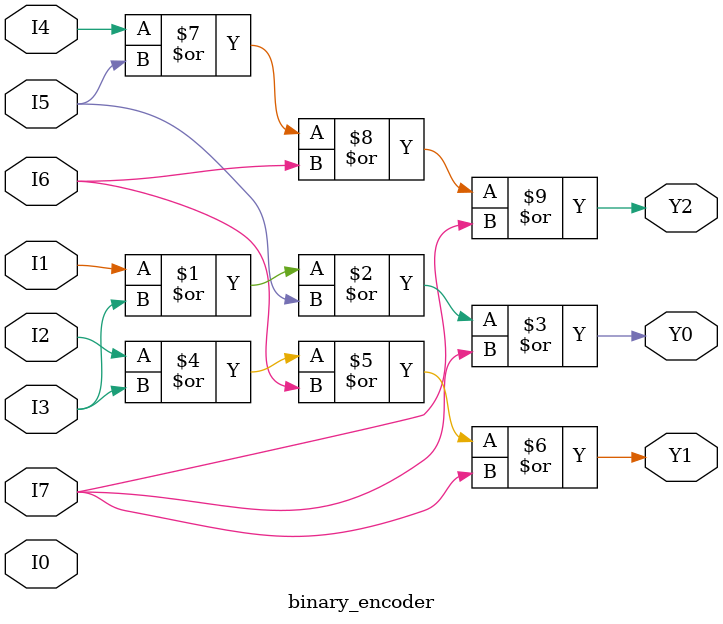
<source format=v>
module binary_encoder(I0,I1,I2,I3,I4,I5,I6,I7,Y0,Y1,Y2);
input I0,I1,I2,I3,I4,I5,I6,I7;
output Y0,Y1,Y2;
assign Y0 = I1 | I3 | I5 | I7;
assign Y1 = I2 | I3 | I6 | I7;
assign Y2 = I4 | I5 | I6 | I7;
endmodule
</source>
